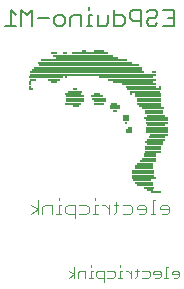
<source format=gbo>
G75*
%MOIN*%
%OFA0B0*%
%FSLAX24Y24*%
%IPPOS*%
%LPD*%
%AMOC8*
5,1,8,0,0,1.08239X$1,22.5*
%
%ADD10C,0.0030*%
%ADD11C,0.0050*%
%ADD12R,0.0320X0.0080*%
%ADD13R,0.0240X0.0080*%
%ADD14R,0.0560X0.0080*%
%ADD15R,0.0640X0.0080*%
%ADD16R,0.0800X0.0080*%
%ADD17R,0.0720X0.0080*%
%ADD18R,0.0480X0.0080*%
%ADD19R,0.0400X0.0080*%
%ADD20R,0.0160X0.0080*%
%ADD21R,0.0080X0.0080*%
%ADD22R,0.0880X0.0080*%
%ADD23R,0.1040X0.0080*%
%ADD24R,0.1120X0.0080*%
%ADD25R,0.1360X0.0080*%
%ADD26R,0.1600X0.0080*%
%ADD27R,0.1840X0.0080*%
%ADD28R,0.4240X0.0080*%
%ADD29R,0.3840X0.0080*%
%ADD30R,0.3680X0.0080*%
%ADD31R,0.3600X0.0080*%
%ADD32R,0.3360X0.0080*%
%ADD33R,0.3120X0.0080*%
%ADD34R,0.2880X0.0080*%
%ADD35R,0.2080X0.0080*%
%ADD36R,0.2000X0.0080*%
%ADD37R,0.1200X0.0080*%
%ADD38C,0.0040*%
D10*
X002571Y003763D02*
X002756Y003887D01*
X002571Y004010D01*
X002756Y004134D02*
X002756Y003763D01*
X002878Y003763D02*
X002878Y003949D01*
X002939Y004010D01*
X003125Y004010D01*
X003125Y003763D01*
X003247Y003763D02*
X003370Y003763D01*
X003308Y003763D02*
X003308Y004010D01*
X003370Y004010D01*
X003492Y003949D02*
X003492Y003825D01*
X003553Y003763D01*
X003738Y003763D01*
X003738Y003640D02*
X003738Y004010D01*
X003553Y004010D01*
X003492Y003949D01*
X003308Y004134D02*
X003308Y004195D01*
X003860Y004010D02*
X004045Y004010D01*
X004107Y003949D01*
X004107Y003825D01*
X004045Y003763D01*
X003860Y003763D01*
X004229Y003763D02*
X004352Y003763D01*
X004291Y003763D02*
X004291Y004010D01*
X004352Y004010D01*
X004291Y004134D02*
X004291Y004195D01*
X004474Y004010D02*
X004536Y004010D01*
X004659Y003887D01*
X004659Y004010D02*
X004659Y003763D01*
X004781Y003763D02*
X004843Y003825D01*
X004843Y004072D01*
X004905Y004010D02*
X004781Y004010D01*
X005026Y004010D02*
X005211Y004010D01*
X005273Y003949D01*
X005273Y003825D01*
X005211Y003763D01*
X005026Y003763D01*
X005395Y003887D02*
X005641Y003887D01*
X005641Y003949D02*
X005580Y004010D01*
X005456Y004010D01*
X005395Y003949D01*
X005395Y003887D01*
X005456Y003763D02*
X005580Y003763D01*
X005641Y003825D01*
X005641Y003949D01*
X005764Y003763D02*
X005887Y003763D01*
X005825Y003763D02*
X005825Y004134D01*
X005887Y004134D01*
X006070Y004010D02*
X006008Y003949D01*
X006008Y003887D01*
X006255Y003887D01*
X006255Y003949D02*
X006194Y004010D01*
X006070Y004010D01*
X006070Y003763D02*
X006194Y003763D01*
X006255Y003825D01*
X006255Y003949D01*
D11*
X006072Y012163D02*
X005711Y012163D01*
X005528Y012253D02*
X005438Y012163D01*
X005258Y012163D01*
X005168Y012253D01*
X005168Y012344D01*
X005258Y012434D01*
X005438Y012434D01*
X005528Y012524D01*
X005528Y012614D01*
X005438Y012704D01*
X005258Y012704D01*
X005168Y012614D01*
X004985Y012704D02*
X004985Y012163D01*
X004985Y012344D02*
X004714Y012344D01*
X004624Y012434D01*
X004624Y012614D01*
X004714Y012704D01*
X004985Y012704D01*
X004441Y012434D02*
X004441Y012253D01*
X004351Y012163D01*
X004080Y012163D01*
X004080Y012704D01*
X004080Y012524D02*
X004351Y012524D01*
X004441Y012434D01*
X003897Y012524D02*
X003897Y012253D01*
X003807Y012163D01*
X003536Y012163D01*
X003536Y012524D01*
X003353Y012524D02*
X003263Y012524D01*
X003263Y012163D01*
X003353Y012163D02*
X003173Y012163D01*
X002991Y012163D02*
X002991Y012524D01*
X002720Y012524D01*
X002630Y012434D01*
X002630Y012163D01*
X002447Y012253D02*
X002357Y012163D01*
X002176Y012163D01*
X002086Y012253D01*
X002086Y012434D01*
X002176Y012524D01*
X002357Y012524D01*
X002447Y012434D01*
X002447Y012253D01*
X001903Y012434D02*
X001542Y012434D01*
X001359Y012704D02*
X001179Y012524D01*
X000999Y012704D01*
X000999Y012163D01*
X000816Y012163D02*
X000455Y012163D01*
X000635Y012163D02*
X000635Y012704D01*
X000816Y012524D01*
X001359Y012704D02*
X001359Y012163D01*
X003263Y012704D02*
X003263Y012794D01*
X005711Y012704D02*
X006072Y012704D01*
X006072Y012163D01*
X006072Y012434D02*
X005892Y012434D01*
D12*
X004130Y009494D03*
X004130Y009414D03*
X003570Y009574D03*
X003570Y011334D03*
X005250Y006774D03*
X005490Y006614D03*
D13*
X005290Y006694D03*
X004570Y008614D03*
X004570Y008694D03*
X004490Y009014D03*
X004490Y009094D03*
X004490Y009174D03*
X004090Y009574D03*
X003530Y009894D03*
X002810Y009494D03*
X002090Y010294D03*
X002090Y011254D03*
X001370Y010374D03*
D14*
X002730Y009894D03*
X002730Y009574D03*
X005130Y007574D03*
X005210Y007654D03*
X005370Y007974D03*
X005370Y008054D03*
X005370Y008134D03*
X005450Y008214D03*
X005530Y008454D03*
X005130Y006854D03*
D15*
X005090Y006934D03*
X005010Y007014D03*
X005090Y007414D03*
X005090Y007494D03*
X005410Y008294D03*
X005490Y008374D03*
X005570Y008534D03*
X005490Y008854D03*
X005490Y009174D03*
X005410Y009254D03*
X005410Y009334D03*
X002770Y009654D03*
X002770Y009734D03*
X002770Y009814D03*
D16*
X005090Y007094D03*
X005490Y009094D03*
X005250Y009574D03*
X005250Y009654D03*
X005250Y009734D03*
D17*
X005290Y009494D03*
X005370Y009414D03*
X005530Y009014D03*
X005530Y008934D03*
X005530Y008774D03*
X005530Y008694D03*
X005530Y008614D03*
X005050Y007334D03*
X005050Y007254D03*
X005050Y007174D03*
D18*
X005250Y007734D03*
X003570Y009734D03*
X002770Y009974D03*
D19*
X002090Y010374D03*
X003530Y009814D03*
X003610Y009654D03*
X005290Y007894D03*
X005290Y007814D03*
D20*
X004610Y008774D03*
X004130Y009334D03*
X003090Y011334D03*
X002770Y010054D03*
X002450Y011254D03*
X001330Y010054D03*
X005410Y010614D03*
D21*
X005610Y010134D03*
X004650Y009894D03*
X004490Y008934D03*
X002490Y010454D03*
X001290Y010294D03*
X001290Y010214D03*
X001290Y010134D03*
D22*
X005210Y009894D03*
X005210Y009814D03*
D23*
X005130Y009974D03*
X004970Y010134D03*
D24*
X004930Y010214D03*
X005090Y010054D03*
X001810Y010454D03*
D25*
X004730Y010294D03*
D26*
X004690Y010374D03*
D27*
X004490Y010454D03*
D28*
X003370Y010534D03*
D29*
X003170Y010614D03*
D30*
X003170Y010694D03*
D31*
X003210Y010774D03*
D32*
X003250Y010854D03*
D33*
X003130Y010934D03*
D34*
X003090Y011014D03*
D35*
X003170Y011094D03*
D36*
X003050Y011174D03*
D37*
X003290Y011254D03*
D38*
X001546Y006052D02*
X001316Y005898D01*
X001546Y006052D02*
X001316Y006205D01*
X001546Y006359D02*
X001546Y005898D01*
X001699Y005898D02*
X001699Y006129D01*
X001776Y006205D01*
X002006Y006205D01*
X002006Y005898D01*
X002160Y005898D02*
X002313Y005898D01*
X002236Y005898D02*
X002236Y006205D01*
X002313Y006205D01*
X002236Y006359D02*
X002236Y006435D01*
X002467Y006129D02*
X002467Y005975D01*
X002543Y005898D01*
X002774Y005898D01*
X002774Y005745D02*
X002774Y006205D01*
X002543Y006205D01*
X002467Y006129D01*
X002927Y006205D02*
X003157Y006205D01*
X003234Y006129D01*
X003234Y005975D01*
X003157Y005898D01*
X002927Y005898D01*
X003387Y005898D02*
X003541Y005898D01*
X003464Y005898D02*
X003464Y006205D01*
X003541Y006205D01*
X003464Y006359D02*
X003464Y006435D01*
X003694Y006205D02*
X003771Y006205D01*
X003925Y006052D01*
X003925Y006205D02*
X003925Y005898D01*
X004078Y005898D02*
X004155Y005975D01*
X004155Y006282D01*
X004231Y006205D02*
X004078Y006205D01*
X004385Y006205D02*
X004615Y006205D01*
X004692Y006129D01*
X004692Y005975D01*
X004615Y005898D01*
X004385Y005898D01*
X004845Y006052D02*
X005152Y006052D01*
X005152Y005975D02*
X005152Y006129D01*
X005076Y006205D01*
X004922Y006205D01*
X004845Y006129D01*
X004845Y006052D01*
X004922Y005898D02*
X005076Y005898D01*
X005152Y005975D01*
X005306Y005898D02*
X005459Y005898D01*
X005382Y005898D02*
X005382Y006359D01*
X005459Y006359D01*
X005689Y006205D02*
X005613Y006129D01*
X005613Y006052D01*
X005920Y006052D01*
X005920Y005975D02*
X005920Y006129D01*
X005843Y006205D01*
X005689Y006205D01*
X005689Y005898D02*
X005843Y005898D01*
X005920Y005975D01*
M02*

</source>
